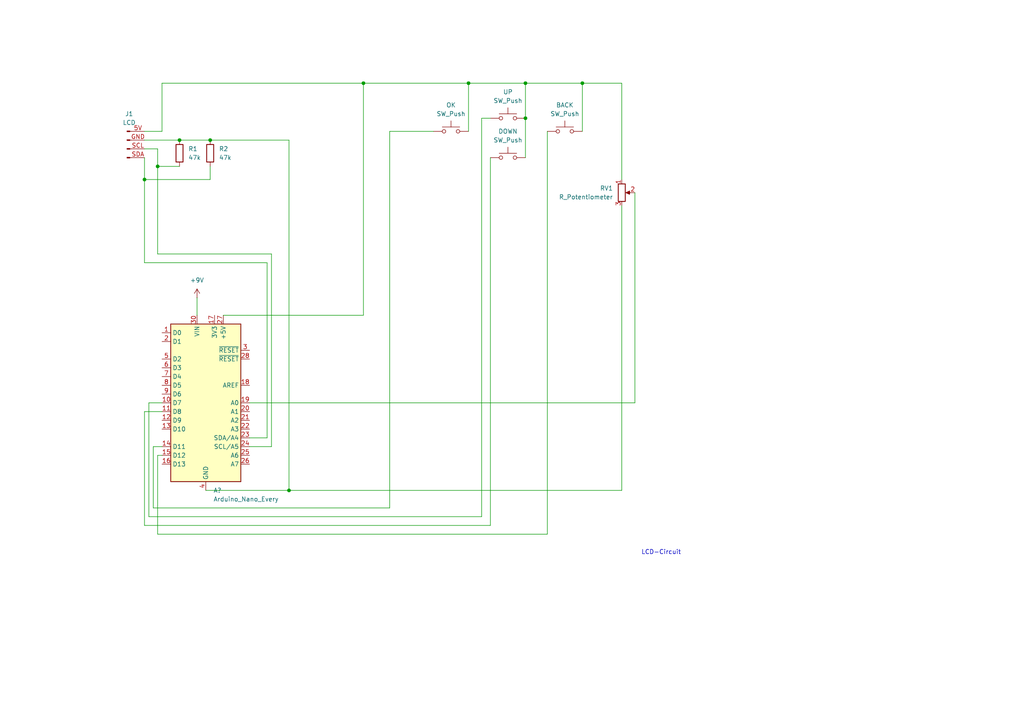
<source format=kicad_sch>
(kicad_sch (version 20231120) (generator "eeschema") (generator_version "8.0")
  (paper "A4")
  (lib_symbols
    (symbol "Connector:Conn_01x04_Pin" (pin_names (offset 1.016) hide)
      (property "Reference" "J1" (at 0.635 7.62 0))
      (property "Value" "LCD" (at 0.635 5.08 0))
      (symbol "Conn_01x04_Pin_1_1"
        (polyline (pts (xy 1.27 -5.08) (xy 0.8636 -5.08)) (stroke (width 0.1524)))
        (polyline (pts (xy 1.27 -2.54) (xy 0.8636 -2.54)) (stroke (width 0.1524)))
        (polyline (pts (xy 1.27 0) (xy 0.8636 0)) (stroke (width 0.1524)))
        (polyline (pts (xy 1.27 2.54) (xy 0.8636 2.54)) (stroke (width 0.1524)))
        (rectangle (start 0.8636 -4.953) (end 0 -5.207) (stroke (width 0.1524)) (fill (type outline)))
        (rectangle (start 0.8636 -2.413) (end 0 -2.667) (stroke (width 0.1524)) (fill (type outline)))
        (rectangle (start 0.8636 0.127) (end 0 -0.127) (stroke (width 0.1524)) (fill (type outline)))
        (rectangle (start 0.8636 2.667) (end 0 2.413) (stroke (width 0.1524)) (fill (type outline)))
        (pin passive line (at 5.08 2.54 180) (length 3.81) (name "Pin_1") (number "5V"))
        (pin passive line (at 5.08 0 180) (length 3.81) (name "Pin_2") (number "GND"))
        (pin passive line (at 5.08 -2.54 180) (length 3.81) (name "Pin_3") (number "SCL"))
        (pin passive line (at 5.08 -5.08 180) (length 3.81) (name "Pin_4") (number "SDA"))
      )
    )
    (symbol "Device:R" (pin_numbers hide) (pin_names (offset 0))
      (property "Reference" "R" (at 2.032 0 90))
      (property "Value" "R" (at 0 0 90))
      (symbol "R_0_1"
        (rectangle (start -1.016 -2.54) (end 1.016 2.54) (stroke (width 0.254)))
      )
      (symbol "R_1_1"
        (pin passive line (at 0 3.81 270) (length 1.27) (name "~") (number "1"))
        (pin passive line (at 0 -3.81 90) (length 1.27) (name "~") (number "2"))
      )
    )
    (symbol "Device:R_Potentiometer" (pin_names (offset 1.016) hide)
      (property "Reference" "RV1" (at -2.54 1.2701 0))
      (property "Value" "R_Potentiometer" (at -2.54 -1.2699 0))
      (symbol "R_Potentiometer_0_1"
        (polyline (pts (xy 2.54 0) (xy 1.524 0)))
        (polyline (pts (xy 1.143 0) (xy 2.286 0.508) (xy 2.286 -0.508) (xy 1.143 0)) (fill (type outline)))
        (rectangle (start 1.016 2.54) (end -1.016 -2.54) (stroke (width 0.254)))
      )
      (symbol "R_Potentiometer_1_1"
        (pin passive line (at 0 3.81 270) (length 1.27) (name "1") (number "1"))
        (pin passive line (at 3.81 0 180) (length 1.27) (name "2") (number "2"))
        (pin passive line (at 0 -3.81 90) (length 1.27) (name "3") (number "3"))
      )
    )
    (symbol "MCU_Module:Arduino_Nano_Every"
      (property "Reference" "A?" (at 2.1941 -25.4 0))
      (property "Value" "Arduino_Nano_Every" (at 2.1941 -27.94 0))
      (symbol "Arduino_Nano_Every_0_1"
        (rectangle (start -10.16 22.86) (end 10.16 -22.86) (stroke (width 0.254)) (fill (type background)))
      )
      (symbol "Arduino_Nano_Every_1_1"
        (pin bidirectional line (at -12.7 20.32 0) (length 2.54) (name "D0") (number "1"))
        (pin bidirectional line (at -12.7 0 0) (length 2.54) (name "D7") (number "10"))
        (pin bidirectional line (at -12.7 -2.54 0) (length 2.54) (name "D8") (number "11"))
        (pin bidirectional line (at -12.7 -5.08 0) (length 2.54) (name "D9") (number "12"))
        (pin bidirectional line (at -12.7 -7.62 0) (length 2.54) (name "D10") (number "13"))
        (pin bidirectional line (at -12.7 -12.7 0) (length 2.54) (name "D11") (number "14"))
        (pin bidirectional line (at -12.7 -15.24 0) (length 2.54) (name "D12") (number "15"))
        (pin bidirectional line (at -12.7 -17.78 0) (length 2.54) (name "D13") (number "16"))
        (pin power_out line (at 2.54 25.4 270) (length 2.54) (name "3V3") (number "17"))
        (pin input line (at 12.7 5.08 180) (length 2.54) (name "AREF") (number "18"))
        (pin bidirectional line (at 12.7 0 180) (length 2.54) (name "A0") (number "19"))
        (pin bidirectional line (at -12.7 17.78 0) (length 2.54) (name "D1") (number "2"))
        (pin bidirectional line (at 12.7 -2.54 180) (length 2.54) (name "A1") (number "20"))
        (pin bidirectional line (at 12.7 -5.08 180) (length 2.54) (name "A2") (number "21"))
        (pin bidirectional line (at 12.7 -7.62 180) (length 2.54) (name "A3") (number "22"))
        (pin bidirectional line (at 12.7 -10.16 180) (length 2.54) (name "SDA/A4") (number "23"))
        (pin bidirectional line (at 12.7 -12.7 180) (length 2.54) (name "SCL/A5") (number "24"))
        (pin bidirectional line (at 12.7 -15.24 180) (length 2.54) (name "A6") (number "25"))
        (pin bidirectional line (at 12.7 -17.78 180) (length 2.54) (name "A7") (number "26"))
        (pin power_out line (at 5.08 25.4 270) (length 2.54) (name "+5V") (number "27"))
        (pin input line (at 12.7 12.7 180) (length 2.54) (name "~{RESET}") (number "28"))
        (pin passive line (at 0 -25.4 90) (length 2.54) hide (name "GND") (number "29"))
        (pin input line (at 12.7 15.24 180) (length 2.54) (name "~{RESET}") (number "3"))
        (pin power_in line (at -2.54 25.4 270) (length 2.54) (name "VIN") (number "30"))
        (pin power_in line (at 0 -25.4 90) (length 2.54) (name "GND") (number "4"))
        (pin bidirectional line (at -12.7 12.7 0) (length 2.54) (name "D2") (number "5"))
        (pin bidirectional line (at -12.7 10.16 0) (length 2.54) (name "D3") (number "6"))
        (pin bidirectional line (at -12.7 7.62 0) (length 2.54) (name "D4") (number "7"))
        (pin bidirectional line (at -12.7 5.08 0) (length 2.54) (name "D5") (number "8"))
        (pin bidirectional line (at -12.7 2.54 0) (length 2.54) (name "D6") (number "9"))
      )
    )
    (symbol "SW_Push_1" (pin_numbers hide) (pin_names (offset 1.016) hide)
      (property "Reference" "OK" (at 0 7.62 0))
      (property "Value" "SW_Push" (at 0 5.08 0))
      (symbol "SW_Push_1_0_1"
        (circle (center -2.032 0) (radius 0.508))
        (polyline (pts (xy 0 1.27) (xy 0 3.048)))
        (polyline (pts (xy 2.54 1.27) (xy -2.54 1.27)))
        (circle (center 2.032 0) (radius 0.508))
        (pin passive line (at -5.08 0 0) (length 2.54) (name "1") (number "1"))
        (pin passive line (at 5.08 0 180) (length 2.54) (name "2") (number "2"))
      )
    )
    (symbol "SW_Push_2" (pin_numbers hide) (pin_names (offset 1.016) hide)
      (property "Reference" "UP" (at 0 7.62 0))
      (property "Value" "SW_Push" (at 0 5.08 0))
      (symbol "SW_Push_2_0_1"
        (circle (center -2.032 0) (radius 0.508))
        (polyline (pts (xy 0 1.27) (xy 0 3.048)))
        (polyline (pts (xy 2.54 1.27) (xy -2.54 1.27)))
        (circle (center 2.032 0) (radius 0.508))
        (pin passive line (at -5.08 0 0) (length 2.54) (name "1") (number "1"))
        (pin passive line (at 5.08 0 180) (length 2.54) (name "2") (number "2"))
      )
    )
    (symbol "SW_Push_3" (pin_numbers hide) (pin_names (offset 1.016) hide)
      (property "Reference" "DOWN" (at 0 7.62 0))
      (property "Value" "SW_Push" (at 0 5.08 0))
      (symbol "SW_Push_3_0_1"
        (circle (center -2.032 0) (radius 0.508))
        (polyline (pts (xy 0 1.27) (xy 0 3.048)))
        (polyline (pts (xy 2.54 1.27) (xy -2.54 1.27)))
        (circle (center 2.032 0) (radius 0.508))
        (pin passive line (at -5.08 0 0) (length 2.54) (name "1") (number "1"))
        (pin passive line (at 5.08 0 180) (length 2.54) (name "2") (number "2"))
      )
    )
    (symbol "Switch:SW_Push" (pin_numbers hide) (pin_names (offset 1.016) hide)
      (property "Reference" "BACK" (at 0 7.62 0))
      (property "Value" "SW_Push" (at 0 5.08 0))
      (symbol "SW_Push_0_1"
        (circle (center -2.032 0) (radius 0.508))
        (polyline (pts (xy 0 1.27) (xy 0 3.048)))
        (polyline (pts (xy 2.54 1.27) (xy -2.54 1.27)))
        (circle (center 2.032 0) (radius 0.508))
        (pin passive line (at -5.08 0 0) (length 2.54) (name "1") (number "1"))
        (pin passive line (at 5.08 0 180) (length 2.54) (name "2") (number "2"))
      )
    )
    (symbol "power:+9V" (power) (pin_numbers hide) (pin_names (offset 0) hide)
      (property "Value" "+9V" (at 0 3.556 0))
      (symbol "+9V_0_1"
        (polyline (pts (xy -0.762 1.27) (xy 0 2.54)))
        (polyline (pts (xy 0 0) (xy 0 2.54)))
        (polyline (pts (xy 0 2.54) (xy 0.762 1.27)))
      )
      (symbol "+9V_1_1"
        (pin power_in line (at 0 0 90) (length 0) (name "~") (number "1"))
      )
    )
  )
  (junction (at 152.4 24.13))
  (junction (at 41.91 52.07))
  (junction (at 152.4 34.29))
  (junction (at 168.91 24.13))
  (junction (at 45.72 48.26))
  (junction (at 52.07 40.64))
  (junction (at 105.41 24.13))
  (junction (at 83.82 142.24))
  (junction (at 60.96 40.64))
  (junction (at 135.89 24.13))
  (wire (pts (xy 184.15 55.88) (xy 184.15 116.84)))
  (wire (pts (xy 139.7 34.29) (xy 139.7 149.86)))
  (wire (pts (xy 180.34 52.07) (xy 180.34 24.13)))
  (wire (pts (xy 135.89 24.13) (xy 135.89 38.1)))
  (wire (pts (xy 60.96 52.07) (xy 41.91 52.07)))
  (wire (pts (xy 180.34 142.24) (xy 83.82 142.24)))
  (wire (pts (xy 77.47 127) (xy 72.39 127)))
  (wire (pts (xy 45.72 132.08) (xy 46.99 132.08)))
  (wire (pts (xy 45.72 43.18) (xy 45.72 48.26)))
  (wire (pts (xy 41.91 43.18) (xy 45.72 43.18)))
  (wire (pts (xy 46.99 38.1) (xy 46.99 24.13)))
  (wire (pts (xy 168.91 24.13) (xy 152.4 24.13)))
  (wire (pts (xy 180.34 24.13) (xy 168.91 24.13)))
  (wire (pts (xy 77.47 76.2) (xy 41.91 76.2)))
  (wire (pts (xy 44.45 147.32) (xy 44.45 129.54)))
  (wire (pts (xy 41.91 40.64) (xy 52.07 40.64)))
  (wire (pts (xy 64.77 91.44) (xy 105.41 91.44)))
  (wire (pts (xy 158.75 38.1) (xy 158.75 154.94)))
  (wire (pts (xy 83.82 40.64) (xy 83.82 142.24)))
  (wire (pts (xy 44.45 129.54) (xy 46.99 129.54)))
  (wire (pts (xy 41.91 119.38) (xy 46.99 119.38)))
  (wire (pts (xy 113.03 38.1) (xy 113.03 147.32)))
  (wire (pts (xy 41.91 52.07) (xy 41.91 45.72)))
  (wire (pts (xy 41.91 38.1) (xy 46.99 38.1)))
  (wire (pts (xy 135.89 24.13) (xy 105.41 24.13)))
  (wire (pts (xy 57.15 86.36) (xy 57.15 91.44)))
  (wire (pts (xy 43.18 149.86) (xy 43.18 116.84)))
  (wire (pts (xy 168.91 38.1) (xy 168.91 24.13)))
  (wire (pts (xy 59.69 142.24) (xy 83.82 142.24)))
  (wire (pts (xy 41.91 152.4) (xy 41.91 119.38)))
  (wire (pts (xy 46.99 24.13) (xy 105.41 24.13)))
  (wire (pts (xy 158.75 154.94) (xy 45.72 154.94)))
  (wire (pts (xy 152.4 34.29) (xy 152.4 24.13)))
  (wire (pts (xy 60.96 40.64) (xy 83.82 40.64)))
  (wire (pts (xy 60.96 48.26) (xy 60.96 52.07)))
  (wire (pts (xy 43.18 116.84) (xy 46.99 116.84)))
  (wire (pts (xy 152.4 24.13) (xy 135.89 24.13)))
  (wire (pts (xy 52.07 40.64) (xy 60.96 40.64)))
  (wire (pts (xy 142.24 45.72) (xy 142.24 152.4)))
  (wire (pts (xy 113.03 147.32) (xy 44.45 147.32)))
  (wire (pts (xy 105.41 24.13) (xy 105.41 91.44)))
  (wire (pts (xy 78.74 73.66) (xy 78.74 129.54)))
  (wire (pts (xy 45.72 73.66) (xy 78.74 73.66)))
  (wire (pts (xy 78.74 129.54) (xy 72.39 129.54)))
  (wire (pts (xy 41.91 76.2) (xy 41.91 52.07)))
  (wire (pts (xy 142.24 152.4) (xy 41.91 152.4)))
  (wire (pts (xy 45.72 154.94) (xy 45.72 132.08)))
  (wire (pts (xy 184.15 116.84) (xy 72.39 116.84)))
  (wire (pts (xy 45.72 48.26) (xy 45.72 73.66)))
  (wire (pts (xy 152.4 34.29) (xy 152.4 45.72)))
  (wire (pts (xy 142.24 34.29) (xy 139.7 34.29)))
  (wire (pts (xy 139.7 149.86) (xy 43.18 149.86)))
  (wire (pts (xy 125.73 38.1) (xy 113.03 38.1)))
  (wire (pts (xy 77.47 76.2) (xy 77.47 127)))
  (wire (pts (xy 45.72 48.26) (xy 52.07 48.26)))
  (wire (pts (xy 180.34 59.69) (xy 180.34 142.24)))
  (text "LCD-Circuit" (at 191.77 160.274 0) (effects (font (size 1.27 1.27))))
  (symbol (lib_name "SW_Push_2") (lib_id "Switch:SW_Push") (at 147.32 34.29 0) (unit 1)
    (property "Reference" "UP" (at 147.32 26.67 0))
    (property "Value" "SW_Push" (at 147.32 29.21 0))
    (property "Footprint" "LED_SMD:LED_0201_0603Metric" (effects (hide yes)))
    (property "Description" "Push button switch, generic, two pins" (effects (hide yes)))
  )
  (symbol (lib_name "SW_Push_1") (lib_id "Switch:SW_Push") (at 130.81 38.1 0) (unit 1)
    (property "Reference" "OK" (at 130.81 30.48 0))
    (property "Value" "SW_Push" (at 130.81 33.02 0))
    (property "Footprint" "LED_SMD:LED_0201_0603Metric" (effects (hide yes)))
    (property "Description" "Push button switch, generic, two pins" (effects (hide yes)))
  )
  (symbol (lib_id "Device:R") (at 52.07 44.45 0) (unit 1)
    (property "Reference" "R1" (at 54.61 43.1799 0) (effects (justify left)))
    (property "Value" "47k" (at 54.61 45.7199 0) (effects (justify left)))
    (property "Description" "Resistor" (effects (hide yes)))
  )
  (symbol (lib_id "MCU_Module:Arduino_Nano_Every") (at 59.69 116.84 0) (unit 1)
    (property "Reference" "A?" (at 61.8841 142.24 0) (effects (justify left)))
    (property "Value" "Arduino_Nano_Every" (at 61.8841 144.78 0) (effects (justify left)))
    (property "Footprint" "Module:Arduino_Nano" (effects (hide yes)))
    (property "Datasheet" "https://content.arduino.cc/assets/NANOEveryV3.0_sch.pdf" (effects (hide yes)))
    (property "Description" "Arduino Nano Every" (effects (hide yes)))
  )
  (symbol (lib_id "Device:R_Potentiometer") (at 180.34 55.88 0) (unit 1)
    (property "Reference" "RV1" (at 177.8 54.6099 0) (effects (justify right)))
    (property "Value" "R_Potentiometer" (at 177.8 57.1499 0) (effects (justify right)))
    (property "Footprint" "Battery:BatteryHolder_Keystone_1058_1x2032" (effects (hide yes)))
    (property "Description" "Potentiometer" (effects (hide yes)))
  )
  (symbol (lib_id "Connector:Conn_01x04_Pin") (at 36.83 40.64 0) (unit 1)
    (property "Reference" "J1" (at 37.465 33.02 0))
    (property "Value" "LCD" (at 37.465 35.56 0))
    (property "Description" "Generic connector, single row, 01x04, script generated" (effects (hide yes)))
  )
  (symbol (lib_id "Switch:SW_Push") (at 163.83 38.1 0) (unit 1)
    (property "Reference" "BACK" (at 163.83 30.48 0))
    (property "Value" "SW_Push" (at 163.83 33.02 0))
    (property "Footprint" "LED_SMD:LED_0201_0603Metric" (effects (hide yes)))
    (property "Description" "Push button switch, generic, two pins" (effects (hide yes)))
  )
  (symbol (lib_name "SW_Push_3") (lib_id "Switch:SW_Push") (at 147.32 45.72 0) (unit 1)
    (property "Reference" "DOWN" (at 147.32 38.1 0))
    (property "Value" "SW_Push" (at 147.32 40.64 0))
    (property "Footprint" "LED_SMD:LED_0201_0603Metric" (effects (hide yes)))
    (property "Description" "Push button switch, generic, two pins" (effects (hide yes)))
  )
  (symbol (lib_id "Device:R") (at 60.96 44.45 0) (unit 1)
    (property "Reference" "R2" (at 63.5 43.1799 0) (effects (justify left)))
    (property "Value" "47k" (at 63.5 45.7199 0) (effects (justify left)))
    (property "Description" "Resistor" (effects (hide yes)))
  )
  (symbol (lib_id "power:+9V") (at 57.15 86.36 0) (unit 1)
    (property "Reference" "#PWR01" (effects (hide yes)))
    (property "Value" "+9V" (at 57.15 81.28 0))
    (property "Description" "Power symbol creates a global label with name \"+9V\"" (effects (hide yes)))
  )
)
</source>
